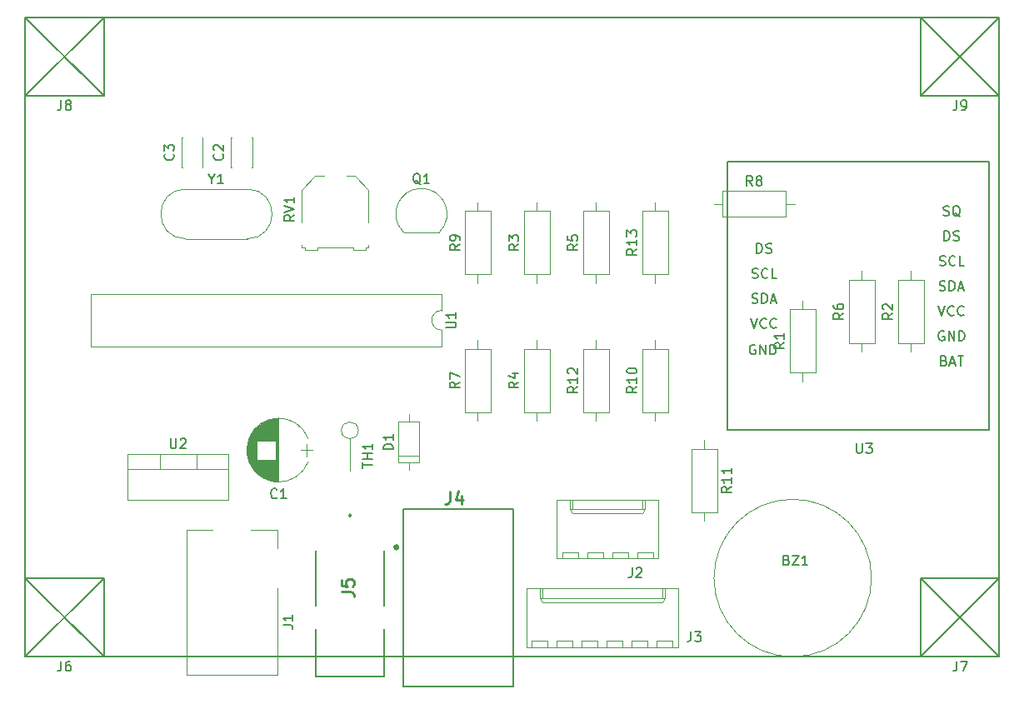
<source format=gbr>
%TF.GenerationSoftware,KiCad,Pcbnew,4.0.7-e2-6376~58~ubuntu16.04.1*%
%TF.CreationDate,2017-12-30T20:10:32+10:00*%
%TF.ProjectId,battmon0,626174746D6F6E302E6B696361645F70,rev?*%
%TF.FileFunction,Legend,Top*%
%FSLAX46Y46*%
G04 Gerber Fmt 4.6, Leading zero omitted, Abs format (unit mm)*
G04 Created by KiCad (PCBNEW 4.0.7-e2-6376~58~ubuntu16.04.1) date Sat Dec 30 20:10:32 2017*
%MOMM*%
%LPD*%
G01*
G04 APERTURE LIST*
%ADD10C,0.100000*%
%ADD11C,0.150000*%
%ADD12C,0.120000*%
%ADD13C,0.200000*%
%ADD14C,0.254000*%
G04 APERTURE END LIST*
D10*
D11*
X134000000Y-127000000D02*
X134000000Y-192000000D01*
X35000000Y-127000000D02*
X134000000Y-127000000D01*
X35000000Y-192000000D02*
X35000000Y-127000000D01*
X134000000Y-192000000D02*
X35000000Y-192000000D01*
D12*
X121004871Y-184000000D02*
G75*
G03X121004871Y-184000000I-8004871J0D01*
G01*
X57732180Y-172179136D02*
G75*
G03X63767482Y-172180000I3017820J1179136D01*
G01*
X57732180Y-169820864D02*
G75*
G02X63767482Y-169820000I3017820J-1179136D01*
G01*
X57732180Y-169820864D02*
G75*
G03X57732518Y-172180000I3017820J-1179136D01*
G01*
X60750000Y-174200000D02*
X60750000Y-167800000D01*
X60710000Y-174200000D02*
X60710000Y-167800000D01*
X60670000Y-174200000D02*
X60670000Y-167800000D01*
X60630000Y-174198000D02*
X60630000Y-167802000D01*
X60590000Y-174197000D02*
X60590000Y-167803000D01*
X60550000Y-174194000D02*
X60550000Y-167806000D01*
X60510000Y-174192000D02*
X60510000Y-167808000D01*
X60470000Y-174188000D02*
X60470000Y-171980000D01*
X60470000Y-170020000D02*
X60470000Y-167812000D01*
X60430000Y-174185000D02*
X60430000Y-171980000D01*
X60430000Y-170020000D02*
X60430000Y-167815000D01*
X60390000Y-174180000D02*
X60390000Y-171980000D01*
X60390000Y-170020000D02*
X60390000Y-167820000D01*
X60350000Y-174176000D02*
X60350000Y-171980000D01*
X60350000Y-170020000D02*
X60350000Y-167824000D01*
X60310000Y-174170000D02*
X60310000Y-171980000D01*
X60310000Y-170020000D02*
X60310000Y-167830000D01*
X60270000Y-174165000D02*
X60270000Y-171980000D01*
X60270000Y-170020000D02*
X60270000Y-167835000D01*
X60230000Y-174158000D02*
X60230000Y-171980000D01*
X60230000Y-170020000D02*
X60230000Y-167842000D01*
X60190000Y-174152000D02*
X60190000Y-171980000D01*
X60190000Y-170020000D02*
X60190000Y-167848000D01*
X60150000Y-174144000D02*
X60150000Y-171980000D01*
X60150000Y-170020000D02*
X60150000Y-167856000D01*
X60110000Y-174137000D02*
X60110000Y-171980000D01*
X60110000Y-170020000D02*
X60110000Y-167863000D01*
X60070000Y-174128000D02*
X60070000Y-171980000D01*
X60070000Y-170020000D02*
X60070000Y-167872000D01*
X60029000Y-174119000D02*
X60029000Y-171980000D01*
X60029000Y-170020000D02*
X60029000Y-167881000D01*
X59989000Y-174110000D02*
X59989000Y-171980000D01*
X59989000Y-170020000D02*
X59989000Y-167890000D01*
X59949000Y-174100000D02*
X59949000Y-171980000D01*
X59949000Y-170020000D02*
X59949000Y-167900000D01*
X59909000Y-174090000D02*
X59909000Y-171980000D01*
X59909000Y-170020000D02*
X59909000Y-167910000D01*
X59869000Y-174079000D02*
X59869000Y-171980000D01*
X59869000Y-170020000D02*
X59869000Y-167921000D01*
X59829000Y-174067000D02*
X59829000Y-171980000D01*
X59829000Y-170020000D02*
X59829000Y-167933000D01*
X59789000Y-174055000D02*
X59789000Y-171980000D01*
X59789000Y-170020000D02*
X59789000Y-167945000D01*
X59749000Y-174042000D02*
X59749000Y-171980000D01*
X59749000Y-170020000D02*
X59749000Y-167958000D01*
X59709000Y-174029000D02*
X59709000Y-171980000D01*
X59709000Y-170020000D02*
X59709000Y-167971000D01*
X59669000Y-174015000D02*
X59669000Y-171980000D01*
X59669000Y-170020000D02*
X59669000Y-167985000D01*
X59629000Y-174001000D02*
X59629000Y-171980000D01*
X59629000Y-170020000D02*
X59629000Y-167999000D01*
X59589000Y-173986000D02*
X59589000Y-171980000D01*
X59589000Y-170020000D02*
X59589000Y-168014000D01*
X59549000Y-173970000D02*
X59549000Y-171980000D01*
X59549000Y-170020000D02*
X59549000Y-168030000D01*
X59509000Y-173954000D02*
X59509000Y-171980000D01*
X59509000Y-170020000D02*
X59509000Y-168046000D01*
X59469000Y-173937000D02*
X59469000Y-171980000D01*
X59469000Y-170020000D02*
X59469000Y-168063000D01*
X59429000Y-173919000D02*
X59429000Y-171980000D01*
X59429000Y-170020000D02*
X59429000Y-168081000D01*
X59389000Y-173901000D02*
X59389000Y-171980000D01*
X59389000Y-170020000D02*
X59389000Y-168099000D01*
X59349000Y-173882000D02*
X59349000Y-171980000D01*
X59349000Y-170020000D02*
X59349000Y-168118000D01*
X59309000Y-173863000D02*
X59309000Y-171980000D01*
X59309000Y-170020000D02*
X59309000Y-168137000D01*
X59269000Y-173843000D02*
X59269000Y-171980000D01*
X59269000Y-170020000D02*
X59269000Y-168157000D01*
X59229000Y-173822000D02*
X59229000Y-171980000D01*
X59229000Y-170020000D02*
X59229000Y-168178000D01*
X59189000Y-173800000D02*
X59189000Y-171980000D01*
X59189000Y-170020000D02*
X59189000Y-168200000D01*
X59149000Y-173778000D02*
X59149000Y-171980000D01*
X59149000Y-170020000D02*
X59149000Y-168222000D01*
X59109000Y-173755000D02*
X59109000Y-171980000D01*
X59109000Y-170020000D02*
X59109000Y-168245000D01*
X59069000Y-173731000D02*
X59069000Y-171980000D01*
X59069000Y-170020000D02*
X59069000Y-168269000D01*
X59029000Y-173706000D02*
X59029000Y-171980000D01*
X59029000Y-170020000D02*
X59029000Y-168294000D01*
X58989000Y-173681000D02*
X58989000Y-171980000D01*
X58989000Y-170020000D02*
X58989000Y-168319000D01*
X58949000Y-173654000D02*
X58949000Y-171980000D01*
X58949000Y-170020000D02*
X58949000Y-168346000D01*
X58909000Y-173627000D02*
X58909000Y-171980000D01*
X58909000Y-170020000D02*
X58909000Y-168373000D01*
X58869000Y-173599000D02*
X58869000Y-171980000D01*
X58869000Y-170020000D02*
X58869000Y-168401000D01*
X58829000Y-173570000D02*
X58829000Y-171980000D01*
X58829000Y-170020000D02*
X58829000Y-168430000D01*
X58789000Y-173540000D02*
X58789000Y-171980000D01*
X58789000Y-170020000D02*
X58789000Y-168460000D01*
X58749000Y-173510000D02*
X58749000Y-171980000D01*
X58749000Y-170020000D02*
X58749000Y-168490000D01*
X58709000Y-173478000D02*
X58709000Y-171980000D01*
X58709000Y-170020000D02*
X58709000Y-168522000D01*
X58669000Y-173445000D02*
X58669000Y-171980000D01*
X58669000Y-170020000D02*
X58669000Y-168555000D01*
X58629000Y-173411000D02*
X58629000Y-171980000D01*
X58629000Y-170020000D02*
X58629000Y-168589000D01*
X58589000Y-173375000D02*
X58589000Y-171980000D01*
X58589000Y-170020000D02*
X58589000Y-168625000D01*
X58549000Y-173339000D02*
X58549000Y-171980000D01*
X58549000Y-170020000D02*
X58549000Y-168661000D01*
X58509000Y-173301000D02*
X58509000Y-168699000D01*
X58469000Y-173262000D02*
X58469000Y-168738000D01*
X58429000Y-173222000D02*
X58429000Y-168778000D01*
X58389000Y-173180000D02*
X58389000Y-168820000D01*
X58349000Y-173137000D02*
X58349000Y-168863000D01*
X58309000Y-173092000D02*
X58309000Y-168908000D01*
X58269000Y-173045000D02*
X58269000Y-168955000D01*
X58229000Y-172997000D02*
X58229000Y-169003000D01*
X58189000Y-172946000D02*
X58189000Y-169054000D01*
X58149000Y-172894000D02*
X58149000Y-169106000D01*
X58109000Y-172839000D02*
X58109000Y-169161000D01*
X58069000Y-172781000D02*
X58069000Y-169219000D01*
X58029000Y-172721000D02*
X58029000Y-169279000D01*
X57989000Y-172658000D02*
X57989000Y-169342000D01*
X57949000Y-172591000D02*
X57949000Y-169409000D01*
X57909000Y-172520000D02*
X57909000Y-169480000D01*
X57869000Y-172445000D02*
X57869000Y-169555000D01*
X57829000Y-172364000D02*
X57829000Y-169636000D01*
X57789000Y-172278000D02*
X57789000Y-169722000D01*
X57749000Y-172184000D02*
X57749000Y-169816000D01*
X57709000Y-172081000D02*
X57709000Y-169919000D01*
X57669000Y-171966000D02*
X57669000Y-170034000D01*
X57629000Y-171834000D02*
X57629000Y-170166000D01*
X57589000Y-171676000D02*
X57589000Y-170324000D01*
X57549000Y-171468000D02*
X57549000Y-170532000D01*
X64200000Y-171000000D02*
X63000000Y-171000000D01*
X63600000Y-171650000D02*
X63600000Y-170350000D01*
X55940000Y-142310000D02*
X55940000Y-139190000D01*
X58060000Y-142310000D02*
X58060000Y-139190000D01*
X55940000Y-142310000D02*
X56004000Y-142310000D01*
X57996000Y-142310000D02*
X58060000Y-142310000D01*
X55940000Y-139190000D02*
X56004000Y-139190000D01*
X57996000Y-139190000D02*
X58060000Y-139190000D01*
X50940000Y-142310000D02*
X50940000Y-139190000D01*
X53060000Y-142310000D02*
X53060000Y-139190000D01*
X50940000Y-142310000D02*
X51004000Y-142310000D01*
X52996000Y-142310000D02*
X53060000Y-142310000D01*
X50940000Y-139190000D02*
X51004000Y-139190000D01*
X52996000Y-139190000D02*
X53060000Y-139190000D01*
X72940000Y-172250000D02*
X75060000Y-172250000D01*
X75060000Y-172250000D02*
X75060000Y-168130000D01*
X75060000Y-168130000D02*
X72940000Y-168130000D01*
X72940000Y-168130000D02*
X72940000Y-172250000D01*
X74000000Y-173020000D02*
X74000000Y-172250000D01*
X74000000Y-167360000D02*
X74000000Y-168130000D01*
X72940000Y-171590000D02*
X75060000Y-171590000D01*
X60600000Y-185000000D02*
X60600000Y-193800000D01*
X60600000Y-193800000D02*
X51400000Y-193800000D01*
X57900000Y-179100000D02*
X60600000Y-179100000D01*
X60600000Y-179100000D02*
X60600000Y-181000000D01*
X51400000Y-193800000D02*
X51400000Y-179100000D01*
X51400000Y-179100000D02*
X54000000Y-179100000D01*
D13*
X73400000Y-177000000D02*
X73400000Y-195000000D01*
X73400000Y-195000000D02*
X84600000Y-195000000D01*
X84600000Y-195000000D02*
X84600000Y-177000000D01*
X84600000Y-177000000D02*
X73400000Y-177000000D01*
D14*
X72916000Y-180875000D02*
G75*
G03X72916000Y-180875000I-193000J0D01*
G01*
D13*
X64500000Y-194000000D02*
X71500000Y-194000000D01*
X64500000Y-194000000D02*
X64500000Y-189200000D01*
X64500000Y-186800000D02*
X64500000Y-181200000D01*
X71500000Y-186800000D02*
X71500000Y-181200000D01*
X71500000Y-194000000D02*
X71500000Y-189200000D01*
D14*
X68073370Y-177627000D02*
G75*
G03X68073370Y-177627000I-72370J0D01*
G01*
D12*
X112690000Y-163130000D02*
X115310000Y-163130000D01*
X115310000Y-163130000D02*
X115310000Y-156710000D01*
X115310000Y-156710000D02*
X112690000Y-156710000D01*
X112690000Y-156710000D02*
X112690000Y-163130000D01*
X114000000Y-164020000D02*
X114000000Y-163130000D01*
X114000000Y-155820000D02*
X114000000Y-156710000D01*
X85690000Y-153130000D02*
X88310000Y-153130000D01*
X88310000Y-153130000D02*
X88310000Y-146710000D01*
X88310000Y-146710000D02*
X85690000Y-146710000D01*
X85690000Y-146710000D02*
X85690000Y-153130000D01*
X87000000Y-154020000D02*
X87000000Y-153130000D01*
X87000000Y-145820000D02*
X87000000Y-146710000D01*
X85690000Y-167130000D02*
X88310000Y-167130000D01*
X88310000Y-167130000D02*
X88310000Y-160710000D01*
X88310000Y-160710000D02*
X85690000Y-160710000D01*
X85690000Y-160710000D02*
X85690000Y-167130000D01*
X87000000Y-168020000D02*
X87000000Y-167130000D01*
X87000000Y-159820000D02*
X87000000Y-160710000D01*
X91690000Y-153130000D02*
X94310000Y-153130000D01*
X94310000Y-153130000D02*
X94310000Y-146710000D01*
X94310000Y-146710000D02*
X91690000Y-146710000D01*
X91690000Y-146710000D02*
X91690000Y-153130000D01*
X93000000Y-154020000D02*
X93000000Y-153130000D01*
X93000000Y-145820000D02*
X93000000Y-146710000D01*
X118690000Y-160130000D02*
X121310000Y-160130000D01*
X121310000Y-160130000D02*
X121310000Y-153710000D01*
X121310000Y-153710000D02*
X118690000Y-153710000D01*
X118690000Y-153710000D02*
X118690000Y-160130000D01*
X120000000Y-161020000D02*
X120000000Y-160130000D01*
X120000000Y-152820000D02*
X120000000Y-153710000D01*
X79690000Y-167130000D02*
X82310000Y-167130000D01*
X82310000Y-167130000D02*
X82310000Y-160710000D01*
X82310000Y-160710000D02*
X79690000Y-160710000D01*
X79690000Y-160710000D02*
X79690000Y-167130000D01*
X81000000Y-168020000D02*
X81000000Y-167130000D01*
X81000000Y-159820000D02*
X81000000Y-160710000D01*
X105870000Y-144690000D02*
X105870000Y-147310000D01*
X105870000Y-147310000D02*
X112290000Y-147310000D01*
X112290000Y-147310000D02*
X112290000Y-144690000D01*
X112290000Y-144690000D02*
X105870000Y-144690000D01*
X104980000Y-146000000D02*
X105870000Y-146000000D01*
X113180000Y-146000000D02*
X112290000Y-146000000D01*
X79690000Y-153130000D02*
X82310000Y-153130000D01*
X82310000Y-153130000D02*
X82310000Y-146710000D01*
X82310000Y-146710000D02*
X79690000Y-146710000D01*
X79690000Y-146710000D02*
X79690000Y-153130000D01*
X81000000Y-154020000D02*
X81000000Y-153130000D01*
X81000000Y-145820000D02*
X81000000Y-146710000D01*
X97690000Y-167130000D02*
X100310000Y-167130000D01*
X100310000Y-167130000D02*
X100310000Y-160710000D01*
X100310000Y-160710000D02*
X97690000Y-160710000D01*
X97690000Y-160710000D02*
X97690000Y-167130000D01*
X99000000Y-168020000D02*
X99000000Y-167130000D01*
X99000000Y-159820000D02*
X99000000Y-160710000D01*
X105310000Y-170870000D02*
X102690000Y-170870000D01*
X102690000Y-170870000D02*
X102690000Y-177290000D01*
X102690000Y-177290000D02*
X105310000Y-177290000D01*
X105310000Y-177290000D02*
X105310000Y-170870000D01*
X104000000Y-169980000D02*
X104000000Y-170870000D01*
X104000000Y-178180000D02*
X104000000Y-177290000D01*
X69850000Y-150150000D02*
X69850000Y-150400000D01*
X69850000Y-150400000D02*
X69600000Y-150400000D01*
X69600000Y-150400000D02*
X69600000Y-150650000D01*
X69600000Y-150650000D02*
X68350000Y-150650000D01*
X68350000Y-150650000D02*
X68350000Y-150400000D01*
X68350000Y-150400000D02*
X64700000Y-150400000D01*
X64700000Y-150400000D02*
X64700000Y-150650000D01*
X64700000Y-150650000D02*
X63400000Y-150650000D01*
X63400000Y-150650000D02*
X63400000Y-150400000D01*
X63400000Y-150400000D02*
X63100000Y-150400000D01*
X63100000Y-150400000D02*
X63100000Y-150150000D01*
X67650000Y-143100000D02*
X68550000Y-143100000D01*
X68550000Y-143100000D02*
X69900000Y-144600000D01*
X69900000Y-144600000D02*
X69900000Y-147900000D01*
X63100000Y-147900000D02*
X63100000Y-144550000D01*
X63100000Y-144550000D02*
X64450000Y-143100000D01*
X64450000Y-143100000D02*
X65350000Y-143100000D01*
X68860000Y-169000000D02*
G75*
G03X68860000Y-169000000I-860000J0D01*
G01*
X68000000Y-169860000D02*
X68000000Y-173080000D01*
X77330000Y-158810000D02*
G75*
G02X77330000Y-156810000I0J1000000D01*
G01*
X77330000Y-156810000D02*
X77330000Y-155160000D01*
X77330000Y-155160000D02*
X41650000Y-155160000D01*
X41650000Y-155160000D02*
X41650000Y-160460000D01*
X41650000Y-160460000D02*
X77330000Y-160460000D01*
X77330000Y-160460000D02*
X77330000Y-158810000D01*
D11*
X131670000Y-168955000D02*
X106397000Y-168955000D01*
X106397000Y-168955000D02*
X106397000Y-141650000D01*
X106397000Y-141650000D02*
X132940000Y-141650000D01*
X132940000Y-141650000D02*
X132940000Y-168955000D01*
X132940000Y-168955000D02*
X131670000Y-168955000D01*
D12*
X51315000Y-144475000D02*
X57565000Y-144475000D01*
X51315000Y-149525000D02*
X57565000Y-149525000D01*
X51315000Y-149525000D02*
G75*
G02X51315000Y-144475000I0J2525000D01*
G01*
X57565000Y-149525000D02*
G75*
G03X57565000Y-144475000I0J2525000D01*
G01*
X99370000Y-182020000D02*
X99370000Y-176020000D01*
X99370000Y-176020000D02*
X89010000Y-176020000D01*
X89010000Y-176020000D02*
X89010000Y-182020000D01*
X89010000Y-182020000D02*
X99370000Y-182020000D01*
X98000000Y-176020000D02*
X98000000Y-177020000D01*
X98000000Y-177020000D02*
X90380000Y-177020000D01*
X90380000Y-177020000D02*
X90380000Y-176020000D01*
X98000000Y-177020000D02*
X97750000Y-177450000D01*
X97750000Y-177450000D02*
X90630000Y-177450000D01*
X90630000Y-177450000D02*
X90380000Y-177020000D01*
X97750000Y-176020000D02*
X97750000Y-177020000D01*
X90630000Y-176020000D02*
X90630000Y-177020000D01*
X98800000Y-182020000D02*
X98800000Y-181400000D01*
X98800000Y-181400000D02*
X97200000Y-181400000D01*
X97200000Y-181400000D02*
X97200000Y-182020000D01*
X96260000Y-182020000D02*
X96260000Y-181400000D01*
X96260000Y-181400000D02*
X94660000Y-181400000D01*
X94660000Y-181400000D02*
X94660000Y-182020000D01*
X93720000Y-182020000D02*
X93720000Y-181400000D01*
X93720000Y-181400000D02*
X92120000Y-181400000D01*
X92120000Y-181400000D02*
X92120000Y-182020000D01*
X91180000Y-182020000D02*
X91180000Y-181400000D01*
X91180000Y-181400000D02*
X89580000Y-181400000D01*
X89580000Y-181400000D02*
X89580000Y-182020000D01*
X45420000Y-171380000D02*
X55660000Y-171380000D01*
X45420000Y-176021000D02*
X55660000Y-176021000D01*
X45420000Y-171380000D02*
X45420000Y-176021000D01*
X55660000Y-171380000D02*
X55660000Y-176021000D01*
X45420000Y-172890000D02*
X55660000Y-172890000D01*
X48690000Y-171380000D02*
X48690000Y-172890000D01*
X52391000Y-171380000D02*
X52391000Y-172890000D01*
X101370000Y-191020000D02*
X101370000Y-185020000D01*
X101370000Y-185020000D02*
X85930000Y-185020000D01*
X85930000Y-185020000D02*
X85930000Y-191020000D01*
X85930000Y-191020000D02*
X101370000Y-191020000D01*
X100000000Y-185020000D02*
X100000000Y-186020000D01*
X100000000Y-186020000D02*
X87300000Y-186020000D01*
X87300000Y-186020000D02*
X87300000Y-185020000D01*
X100000000Y-186020000D02*
X99750000Y-186450000D01*
X99750000Y-186450000D02*
X87550000Y-186450000D01*
X87550000Y-186450000D02*
X87300000Y-186020000D01*
X99750000Y-185020000D02*
X99750000Y-186020000D01*
X87550000Y-185020000D02*
X87550000Y-186020000D01*
X100800000Y-191020000D02*
X100800000Y-190400000D01*
X100800000Y-190400000D02*
X99200000Y-190400000D01*
X99200000Y-190400000D02*
X99200000Y-191020000D01*
X98260000Y-191020000D02*
X98260000Y-190400000D01*
X98260000Y-190400000D02*
X96660000Y-190400000D01*
X96660000Y-190400000D02*
X96660000Y-191020000D01*
X95720000Y-191020000D02*
X95720000Y-190400000D01*
X95720000Y-190400000D02*
X94120000Y-190400000D01*
X94120000Y-190400000D02*
X94120000Y-191020000D01*
X93180000Y-191020000D02*
X93180000Y-190400000D01*
X93180000Y-190400000D02*
X91580000Y-190400000D01*
X91580000Y-190400000D02*
X91580000Y-191020000D01*
X90640000Y-191020000D02*
X90640000Y-190400000D01*
X90640000Y-190400000D02*
X89040000Y-190400000D01*
X89040000Y-190400000D02*
X89040000Y-191020000D01*
X88100000Y-191020000D02*
X88100000Y-190400000D01*
X88100000Y-190400000D02*
X86500000Y-190400000D01*
X86500000Y-190400000D02*
X86500000Y-191020000D01*
X73470000Y-148850000D02*
X77070000Y-148850000D01*
X73431522Y-148838478D02*
G75*
G02X75270000Y-144400000I1838478J1838478D01*
G01*
X77108478Y-148838478D02*
G75*
G03X75270000Y-144400000I-1838478J1838478D01*
G01*
X91690000Y-167130000D02*
X94310000Y-167130000D01*
X94310000Y-167130000D02*
X94310000Y-160710000D01*
X94310000Y-160710000D02*
X91690000Y-160710000D01*
X91690000Y-160710000D02*
X91690000Y-167130000D01*
X93000000Y-168020000D02*
X93000000Y-167130000D01*
X93000000Y-159820000D02*
X93000000Y-160710000D01*
X97690000Y-153130000D02*
X100310000Y-153130000D01*
X100310000Y-153130000D02*
X100310000Y-146710000D01*
X100310000Y-146710000D02*
X97690000Y-146710000D01*
X97690000Y-146710000D02*
X97690000Y-153130000D01*
X99000000Y-154020000D02*
X99000000Y-153130000D01*
X99000000Y-145820000D02*
X99000000Y-146710000D01*
D11*
X43000000Y-184000000D02*
X35000000Y-192000000D01*
X35000000Y-184000000D02*
X43000000Y-192000000D01*
X43000000Y-192000000D02*
X39000000Y-188000000D01*
X39000000Y-184000000D02*
X35000000Y-184000000D01*
X35000000Y-184000000D02*
X35000000Y-192000000D01*
X35000000Y-192000000D02*
X43000000Y-192000000D01*
X43000000Y-192000000D02*
X43000000Y-184000000D01*
X43000000Y-184000000D02*
X39000000Y-184000000D01*
X134000000Y-184000000D02*
X126000000Y-192000000D01*
X126000000Y-184000000D02*
X134000000Y-192000000D01*
X134000000Y-192000000D02*
X130000000Y-188000000D01*
X130000000Y-184000000D02*
X126000000Y-184000000D01*
X126000000Y-184000000D02*
X126000000Y-192000000D01*
X126000000Y-192000000D02*
X134000000Y-192000000D01*
X134000000Y-192000000D02*
X134000000Y-184000000D01*
X134000000Y-184000000D02*
X130000000Y-184000000D01*
X43000000Y-127000000D02*
X35000000Y-135000000D01*
X35000000Y-127000000D02*
X43000000Y-135000000D01*
X43000000Y-135000000D02*
X39000000Y-131000000D01*
X39000000Y-127000000D02*
X35000000Y-127000000D01*
X35000000Y-127000000D02*
X35000000Y-135000000D01*
X35000000Y-135000000D02*
X43000000Y-135000000D01*
X43000000Y-135000000D02*
X43000000Y-127000000D01*
X43000000Y-127000000D02*
X39000000Y-127000000D01*
X134000000Y-127000000D02*
X126000000Y-135000000D01*
X126000000Y-127000000D02*
X134000000Y-135000000D01*
X134000000Y-135000000D02*
X130000000Y-131000000D01*
X130000000Y-127000000D02*
X126000000Y-127000000D01*
X126000000Y-127000000D02*
X126000000Y-135000000D01*
X126000000Y-135000000D02*
X134000000Y-135000000D01*
X134000000Y-135000000D02*
X134000000Y-127000000D01*
X134000000Y-127000000D02*
X130000000Y-127000000D01*
D12*
X123690000Y-160130000D02*
X126310000Y-160130000D01*
X126310000Y-160130000D02*
X126310000Y-153710000D01*
X126310000Y-153710000D02*
X123690000Y-153710000D01*
X123690000Y-153710000D02*
X123690000Y-160130000D01*
X125000000Y-161020000D02*
X125000000Y-160130000D01*
X125000000Y-152820000D02*
X125000000Y-153710000D01*
D11*
X112367968Y-182178511D02*
X112510825Y-182226130D01*
X112558444Y-182273750D01*
X112606063Y-182368988D01*
X112606063Y-182511845D01*
X112558444Y-182607083D01*
X112510825Y-182654702D01*
X112415587Y-182702321D01*
X112034634Y-182702321D01*
X112034634Y-181702321D01*
X112367968Y-181702321D01*
X112463206Y-181749940D01*
X112510825Y-181797559D01*
X112558444Y-181892797D01*
X112558444Y-181988035D01*
X112510825Y-182083273D01*
X112463206Y-182130892D01*
X112367968Y-182178511D01*
X112034634Y-182178511D01*
X112939396Y-181702321D02*
X113606063Y-181702321D01*
X112939396Y-182702321D01*
X113606063Y-182702321D01*
X114510825Y-182702321D02*
X113939396Y-182702321D01*
X114225110Y-182702321D02*
X114225110Y-181702321D01*
X114129872Y-181845178D01*
X114034634Y-181940416D01*
X113939396Y-181988035D01*
X60583334Y-175817143D02*
X60535715Y-175864762D01*
X60392858Y-175912381D01*
X60297620Y-175912381D01*
X60154762Y-175864762D01*
X60059524Y-175769524D01*
X60011905Y-175674286D01*
X59964286Y-175483810D01*
X59964286Y-175340952D01*
X60011905Y-175150476D01*
X60059524Y-175055238D01*
X60154762Y-174960000D01*
X60297620Y-174912381D01*
X60392858Y-174912381D01*
X60535715Y-174960000D01*
X60583334Y-175007619D01*
X61535715Y-175912381D02*
X60964286Y-175912381D01*
X61250000Y-175912381D02*
X61250000Y-174912381D01*
X61154762Y-175055238D01*
X61059524Y-175150476D01*
X60964286Y-175198095D01*
X55047143Y-140916666D02*
X55094762Y-140964285D01*
X55142381Y-141107142D01*
X55142381Y-141202380D01*
X55094762Y-141345238D01*
X54999524Y-141440476D01*
X54904286Y-141488095D01*
X54713810Y-141535714D01*
X54570952Y-141535714D01*
X54380476Y-141488095D01*
X54285238Y-141440476D01*
X54190000Y-141345238D01*
X54142381Y-141202380D01*
X54142381Y-141107142D01*
X54190000Y-140964285D01*
X54237619Y-140916666D01*
X54237619Y-140535714D02*
X54190000Y-140488095D01*
X54142381Y-140392857D01*
X54142381Y-140154761D01*
X54190000Y-140059523D01*
X54237619Y-140011904D01*
X54332857Y-139964285D01*
X54428095Y-139964285D01*
X54570952Y-140011904D01*
X55142381Y-140583333D01*
X55142381Y-139964285D01*
X50047143Y-140916666D02*
X50094762Y-140964285D01*
X50142381Y-141107142D01*
X50142381Y-141202380D01*
X50094762Y-141345238D01*
X49999524Y-141440476D01*
X49904286Y-141488095D01*
X49713810Y-141535714D01*
X49570952Y-141535714D01*
X49380476Y-141488095D01*
X49285238Y-141440476D01*
X49190000Y-141345238D01*
X49142381Y-141202380D01*
X49142381Y-141107142D01*
X49190000Y-140964285D01*
X49237619Y-140916666D01*
X49142381Y-140583333D02*
X49142381Y-139964285D01*
X49523333Y-140297619D01*
X49523333Y-140154761D01*
X49570952Y-140059523D01*
X49618571Y-140011904D01*
X49713810Y-139964285D01*
X49951905Y-139964285D01*
X50047143Y-140011904D01*
X50094762Y-140059523D01*
X50142381Y-140154761D01*
X50142381Y-140440476D01*
X50094762Y-140535714D01*
X50047143Y-140583333D01*
X72392381Y-170928095D02*
X71392381Y-170928095D01*
X71392381Y-170690000D01*
X71440000Y-170547142D01*
X71535238Y-170451904D01*
X71630476Y-170404285D01*
X71820952Y-170356666D01*
X71963810Y-170356666D01*
X72154286Y-170404285D01*
X72249524Y-170451904D01*
X72344762Y-170547142D01*
X72392381Y-170690000D01*
X72392381Y-170928095D01*
X72392381Y-169404285D02*
X72392381Y-169975714D01*
X72392381Y-169690000D02*
X71392381Y-169690000D01*
X71535238Y-169785238D01*
X71630476Y-169880476D01*
X71678095Y-169975714D01*
X61202381Y-188783333D02*
X61916667Y-188783333D01*
X62059524Y-188830953D01*
X62154762Y-188926191D01*
X62202381Y-189069048D01*
X62202381Y-189164286D01*
X62202381Y-187783333D02*
X62202381Y-188354762D01*
X62202381Y-188069048D02*
X61202381Y-188069048D01*
X61345238Y-188164286D01*
X61440476Y-188259524D01*
X61488095Y-188354762D01*
D14*
X78176667Y-175204524D02*
X78176667Y-176111667D01*
X78116191Y-176293095D01*
X77995239Y-176414048D01*
X77813810Y-176474524D01*
X77692858Y-176474524D01*
X79325715Y-175627857D02*
X79325715Y-176474524D01*
X79023334Y-175144048D02*
X78720953Y-176051190D01*
X79507143Y-176051190D01*
X67136774Y-185370383D02*
X68043917Y-185370383D01*
X68225345Y-185430859D01*
X68346298Y-185551811D01*
X68406774Y-185733240D01*
X68406774Y-185854192D01*
X67136774Y-184160859D02*
X67136774Y-184765621D01*
X67741536Y-184826097D01*
X67681060Y-184765621D01*
X67620583Y-184644669D01*
X67620583Y-184342288D01*
X67681060Y-184221335D01*
X67741536Y-184160859D01*
X67862488Y-184100383D01*
X68164869Y-184100383D01*
X68285821Y-184160859D01*
X68346298Y-184221335D01*
X68406774Y-184342288D01*
X68406774Y-184644669D01*
X68346298Y-184765621D01*
X68285821Y-184826097D01*
D11*
X112142381Y-160086666D02*
X111666190Y-160420000D01*
X112142381Y-160658095D02*
X111142381Y-160658095D01*
X111142381Y-160277142D01*
X111190000Y-160181904D01*
X111237619Y-160134285D01*
X111332857Y-160086666D01*
X111475714Y-160086666D01*
X111570952Y-160134285D01*
X111618571Y-160181904D01*
X111666190Y-160277142D01*
X111666190Y-160658095D01*
X112142381Y-159134285D02*
X112142381Y-159705714D01*
X112142381Y-159420000D02*
X111142381Y-159420000D01*
X111285238Y-159515238D01*
X111380476Y-159610476D01*
X111428095Y-159705714D01*
X85142381Y-150086666D02*
X84666190Y-150420000D01*
X85142381Y-150658095D02*
X84142381Y-150658095D01*
X84142381Y-150277142D01*
X84190000Y-150181904D01*
X84237619Y-150134285D01*
X84332857Y-150086666D01*
X84475714Y-150086666D01*
X84570952Y-150134285D01*
X84618571Y-150181904D01*
X84666190Y-150277142D01*
X84666190Y-150658095D01*
X84142381Y-149753333D02*
X84142381Y-149134285D01*
X84523333Y-149467619D01*
X84523333Y-149324761D01*
X84570952Y-149229523D01*
X84618571Y-149181904D01*
X84713810Y-149134285D01*
X84951905Y-149134285D01*
X85047143Y-149181904D01*
X85094762Y-149229523D01*
X85142381Y-149324761D01*
X85142381Y-149610476D01*
X85094762Y-149705714D01*
X85047143Y-149753333D01*
X85142381Y-164086666D02*
X84666190Y-164420000D01*
X85142381Y-164658095D02*
X84142381Y-164658095D01*
X84142381Y-164277142D01*
X84190000Y-164181904D01*
X84237619Y-164134285D01*
X84332857Y-164086666D01*
X84475714Y-164086666D01*
X84570952Y-164134285D01*
X84618571Y-164181904D01*
X84666190Y-164277142D01*
X84666190Y-164658095D01*
X84475714Y-163229523D02*
X85142381Y-163229523D01*
X84094762Y-163467619D02*
X84809048Y-163705714D01*
X84809048Y-163086666D01*
X91142381Y-150086666D02*
X90666190Y-150420000D01*
X91142381Y-150658095D02*
X90142381Y-150658095D01*
X90142381Y-150277142D01*
X90190000Y-150181904D01*
X90237619Y-150134285D01*
X90332857Y-150086666D01*
X90475714Y-150086666D01*
X90570952Y-150134285D01*
X90618571Y-150181904D01*
X90666190Y-150277142D01*
X90666190Y-150658095D01*
X90142381Y-149181904D02*
X90142381Y-149658095D01*
X90618571Y-149705714D01*
X90570952Y-149658095D01*
X90523333Y-149562857D01*
X90523333Y-149324761D01*
X90570952Y-149229523D01*
X90618571Y-149181904D01*
X90713810Y-149134285D01*
X90951905Y-149134285D01*
X91047143Y-149181904D01*
X91094762Y-149229523D01*
X91142381Y-149324761D01*
X91142381Y-149562857D01*
X91094762Y-149658095D01*
X91047143Y-149705714D01*
X118142381Y-157086666D02*
X117666190Y-157420000D01*
X118142381Y-157658095D02*
X117142381Y-157658095D01*
X117142381Y-157277142D01*
X117190000Y-157181904D01*
X117237619Y-157134285D01*
X117332857Y-157086666D01*
X117475714Y-157086666D01*
X117570952Y-157134285D01*
X117618571Y-157181904D01*
X117666190Y-157277142D01*
X117666190Y-157658095D01*
X117142381Y-156229523D02*
X117142381Y-156420000D01*
X117190000Y-156515238D01*
X117237619Y-156562857D01*
X117380476Y-156658095D01*
X117570952Y-156705714D01*
X117951905Y-156705714D01*
X118047143Y-156658095D01*
X118094762Y-156610476D01*
X118142381Y-156515238D01*
X118142381Y-156324761D01*
X118094762Y-156229523D01*
X118047143Y-156181904D01*
X117951905Y-156134285D01*
X117713810Y-156134285D01*
X117618571Y-156181904D01*
X117570952Y-156229523D01*
X117523333Y-156324761D01*
X117523333Y-156515238D01*
X117570952Y-156610476D01*
X117618571Y-156658095D01*
X117713810Y-156705714D01*
X79142381Y-164086666D02*
X78666190Y-164420000D01*
X79142381Y-164658095D02*
X78142381Y-164658095D01*
X78142381Y-164277142D01*
X78190000Y-164181904D01*
X78237619Y-164134285D01*
X78332857Y-164086666D01*
X78475714Y-164086666D01*
X78570952Y-164134285D01*
X78618571Y-164181904D01*
X78666190Y-164277142D01*
X78666190Y-164658095D01*
X78142381Y-163753333D02*
X78142381Y-163086666D01*
X79142381Y-163515238D01*
X108913334Y-144142381D02*
X108580000Y-143666190D01*
X108341905Y-144142381D02*
X108341905Y-143142381D01*
X108722858Y-143142381D01*
X108818096Y-143190000D01*
X108865715Y-143237619D01*
X108913334Y-143332857D01*
X108913334Y-143475714D01*
X108865715Y-143570952D01*
X108818096Y-143618571D01*
X108722858Y-143666190D01*
X108341905Y-143666190D01*
X109484762Y-143570952D02*
X109389524Y-143523333D01*
X109341905Y-143475714D01*
X109294286Y-143380476D01*
X109294286Y-143332857D01*
X109341905Y-143237619D01*
X109389524Y-143190000D01*
X109484762Y-143142381D01*
X109675239Y-143142381D01*
X109770477Y-143190000D01*
X109818096Y-143237619D01*
X109865715Y-143332857D01*
X109865715Y-143380476D01*
X109818096Y-143475714D01*
X109770477Y-143523333D01*
X109675239Y-143570952D01*
X109484762Y-143570952D01*
X109389524Y-143618571D01*
X109341905Y-143666190D01*
X109294286Y-143761429D01*
X109294286Y-143951905D01*
X109341905Y-144047143D01*
X109389524Y-144094762D01*
X109484762Y-144142381D01*
X109675239Y-144142381D01*
X109770477Y-144094762D01*
X109818096Y-144047143D01*
X109865715Y-143951905D01*
X109865715Y-143761429D01*
X109818096Y-143666190D01*
X109770477Y-143618571D01*
X109675239Y-143570952D01*
X79142381Y-150086666D02*
X78666190Y-150420000D01*
X79142381Y-150658095D02*
X78142381Y-150658095D01*
X78142381Y-150277142D01*
X78190000Y-150181904D01*
X78237619Y-150134285D01*
X78332857Y-150086666D01*
X78475714Y-150086666D01*
X78570952Y-150134285D01*
X78618571Y-150181904D01*
X78666190Y-150277142D01*
X78666190Y-150658095D01*
X79142381Y-149610476D02*
X79142381Y-149420000D01*
X79094762Y-149324761D01*
X79047143Y-149277142D01*
X78904286Y-149181904D01*
X78713810Y-149134285D01*
X78332857Y-149134285D01*
X78237619Y-149181904D01*
X78190000Y-149229523D01*
X78142381Y-149324761D01*
X78142381Y-149515238D01*
X78190000Y-149610476D01*
X78237619Y-149658095D01*
X78332857Y-149705714D01*
X78570952Y-149705714D01*
X78666190Y-149658095D01*
X78713810Y-149610476D01*
X78761429Y-149515238D01*
X78761429Y-149324761D01*
X78713810Y-149229523D01*
X78666190Y-149181904D01*
X78570952Y-149134285D01*
X97142381Y-164562857D02*
X96666190Y-164896191D01*
X97142381Y-165134286D02*
X96142381Y-165134286D01*
X96142381Y-164753333D01*
X96190000Y-164658095D01*
X96237619Y-164610476D01*
X96332857Y-164562857D01*
X96475714Y-164562857D01*
X96570952Y-164610476D01*
X96618571Y-164658095D01*
X96666190Y-164753333D01*
X96666190Y-165134286D01*
X97142381Y-163610476D02*
X97142381Y-164181905D01*
X97142381Y-163896191D02*
X96142381Y-163896191D01*
X96285238Y-163991429D01*
X96380476Y-164086667D01*
X96428095Y-164181905D01*
X96142381Y-162991429D02*
X96142381Y-162896190D01*
X96190000Y-162800952D01*
X96237619Y-162753333D01*
X96332857Y-162705714D01*
X96523333Y-162658095D01*
X96761429Y-162658095D01*
X96951905Y-162705714D01*
X97047143Y-162753333D01*
X97094762Y-162800952D01*
X97142381Y-162896190D01*
X97142381Y-162991429D01*
X97094762Y-163086667D01*
X97047143Y-163134286D01*
X96951905Y-163181905D01*
X96761429Y-163229524D01*
X96523333Y-163229524D01*
X96332857Y-163181905D01*
X96237619Y-163134286D01*
X96190000Y-163086667D01*
X96142381Y-162991429D01*
X106762381Y-174722857D02*
X106286190Y-175056191D01*
X106762381Y-175294286D02*
X105762381Y-175294286D01*
X105762381Y-174913333D01*
X105810000Y-174818095D01*
X105857619Y-174770476D01*
X105952857Y-174722857D01*
X106095714Y-174722857D01*
X106190952Y-174770476D01*
X106238571Y-174818095D01*
X106286190Y-174913333D01*
X106286190Y-175294286D01*
X106762381Y-173770476D02*
X106762381Y-174341905D01*
X106762381Y-174056191D02*
X105762381Y-174056191D01*
X105905238Y-174151429D01*
X106000476Y-174246667D01*
X106048095Y-174341905D01*
X106762381Y-172818095D02*
X106762381Y-173389524D01*
X106762381Y-173103810D02*
X105762381Y-173103810D01*
X105905238Y-173199048D01*
X106000476Y-173294286D01*
X106048095Y-173389524D01*
X62352381Y-147095238D02*
X61876190Y-147428572D01*
X62352381Y-147666667D02*
X61352381Y-147666667D01*
X61352381Y-147285714D01*
X61400000Y-147190476D01*
X61447619Y-147142857D01*
X61542857Y-147095238D01*
X61685714Y-147095238D01*
X61780952Y-147142857D01*
X61828571Y-147190476D01*
X61876190Y-147285714D01*
X61876190Y-147666667D01*
X61352381Y-146809524D02*
X62352381Y-146476191D01*
X61352381Y-146142857D01*
X62352381Y-145285714D02*
X62352381Y-145857143D01*
X62352381Y-145571429D02*
X61352381Y-145571429D01*
X61495238Y-145666667D01*
X61590476Y-145761905D01*
X61638095Y-145857143D01*
X69312381Y-172825714D02*
X69312381Y-172254285D01*
X70312381Y-172540000D02*
X69312381Y-172540000D01*
X70312381Y-171920952D02*
X69312381Y-171920952D01*
X69788571Y-171920952D02*
X69788571Y-171349523D01*
X70312381Y-171349523D02*
X69312381Y-171349523D01*
X70312381Y-170349523D02*
X70312381Y-170920952D01*
X70312381Y-170635238D02*
X69312381Y-170635238D01*
X69455238Y-170730476D01*
X69550476Y-170825714D01*
X69598095Y-170920952D01*
X77782381Y-158571905D02*
X78591905Y-158571905D01*
X78687143Y-158524286D01*
X78734762Y-158476667D01*
X78782381Y-158381429D01*
X78782381Y-158190952D01*
X78734762Y-158095714D01*
X78687143Y-158048095D01*
X78591905Y-158000476D01*
X77782381Y-158000476D01*
X78782381Y-157000476D02*
X78782381Y-157571905D01*
X78782381Y-157286191D02*
X77782381Y-157286191D01*
X77925238Y-157381429D01*
X78020476Y-157476667D01*
X78068095Y-157571905D01*
X119478095Y-170312381D02*
X119478095Y-171121905D01*
X119525714Y-171217143D01*
X119573333Y-171264762D01*
X119668571Y-171312381D01*
X119859048Y-171312381D01*
X119954286Y-171264762D01*
X120001905Y-171217143D01*
X120049524Y-171121905D01*
X120049524Y-170312381D01*
X120430476Y-170312381D02*
X121049524Y-170312381D01*
X120716190Y-170693333D01*
X120859048Y-170693333D01*
X120954286Y-170740952D01*
X121001905Y-170788571D01*
X121049524Y-170883810D01*
X121049524Y-171121905D01*
X121001905Y-171217143D01*
X120954286Y-171264762D01*
X120859048Y-171312381D01*
X120573333Y-171312381D01*
X120478095Y-171264762D01*
X120430476Y-171217143D01*
X128320476Y-147134762D02*
X128463333Y-147182381D01*
X128701429Y-147182381D01*
X128796667Y-147134762D01*
X128844286Y-147087143D01*
X128891905Y-146991905D01*
X128891905Y-146896667D01*
X128844286Y-146801429D01*
X128796667Y-146753810D01*
X128701429Y-146706190D01*
X128510952Y-146658571D01*
X128415714Y-146610952D01*
X128368095Y-146563333D01*
X128320476Y-146468095D01*
X128320476Y-146372857D01*
X128368095Y-146277619D01*
X128415714Y-146230000D01*
X128510952Y-146182381D01*
X128749048Y-146182381D01*
X128891905Y-146230000D01*
X129987143Y-147277619D02*
X129891905Y-147230000D01*
X129796667Y-147134762D01*
X129653810Y-146991905D01*
X129558571Y-146944286D01*
X129463333Y-146944286D01*
X129510952Y-147182381D02*
X129415714Y-147134762D01*
X129320476Y-147039524D01*
X129272857Y-146849048D01*
X129272857Y-146515714D01*
X129320476Y-146325238D01*
X129415714Y-146230000D01*
X129510952Y-146182381D01*
X129701429Y-146182381D01*
X129796667Y-146230000D01*
X129891905Y-146325238D01*
X129939524Y-146515714D01*
X129939524Y-146849048D01*
X129891905Y-147039524D01*
X129796667Y-147134762D01*
X129701429Y-147182381D01*
X129510952Y-147182381D01*
X128391905Y-149722381D02*
X128391905Y-148722381D01*
X128630000Y-148722381D01*
X128772858Y-148770000D01*
X128868096Y-148865238D01*
X128915715Y-148960476D01*
X128963334Y-149150952D01*
X128963334Y-149293810D01*
X128915715Y-149484286D01*
X128868096Y-149579524D01*
X128772858Y-149674762D01*
X128630000Y-149722381D01*
X128391905Y-149722381D01*
X129344286Y-149674762D02*
X129487143Y-149722381D01*
X129725239Y-149722381D01*
X129820477Y-149674762D01*
X129868096Y-149627143D01*
X129915715Y-149531905D01*
X129915715Y-149436667D01*
X129868096Y-149341429D01*
X129820477Y-149293810D01*
X129725239Y-149246190D01*
X129534762Y-149198571D01*
X129439524Y-149150952D01*
X129391905Y-149103333D01*
X129344286Y-149008095D01*
X129344286Y-148912857D01*
X129391905Y-148817619D01*
X129439524Y-148770000D01*
X129534762Y-148722381D01*
X129772858Y-148722381D01*
X129915715Y-148770000D01*
X127939524Y-152214762D02*
X128082381Y-152262381D01*
X128320477Y-152262381D01*
X128415715Y-152214762D01*
X128463334Y-152167143D01*
X128510953Y-152071905D01*
X128510953Y-151976667D01*
X128463334Y-151881429D01*
X128415715Y-151833810D01*
X128320477Y-151786190D01*
X128130000Y-151738571D01*
X128034762Y-151690952D01*
X127987143Y-151643333D01*
X127939524Y-151548095D01*
X127939524Y-151452857D01*
X127987143Y-151357619D01*
X128034762Y-151310000D01*
X128130000Y-151262381D01*
X128368096Y-151262381D01*
X128510953Y-151310000D01*
X129510953Y-152167143D02*
X129463334Y-152214762D01*
X129320477Y-152262381D01*
X129225239Y-152262381D01*
X129082381Y-152214762D01*
X128987143Y-152119524D01*
X128939524Y-152024286D01*
X128891905Y-151833810D01*
X128891905Y-151690952D01*
X128939524Y-151500476D01*
X128987143Y-151405238D01*
X129082381Y-151310000D01*
X129225239Y-151262381D01*
X129320477Y-151262381D01*
X129463334Y-151310000D01*
X129510953Y-151357619D01*
X130415715Y-152262381D02*
X129939524Y-152262381D01*
X129939524Y-151262381D01*
X127915714Y-154754762D02*
X128058571Y-154802381D01*
X128296667Y-154802381D01*
X128391905Y-154754762D01*
X128439524Y-154707143D01*
X128487143Y-154611905D01*
X128487143Y-154516667D01*
X128439524Y-154421429D01*
X128391905Y-154373810D01*
X128296667Y-154326190D01*
X128106190Y-154278571D01*
X128010952Y-154230952D01*
X127963333Y-154183333D01*
X127915714Y-154088095D01*
X127915714Y-153992857D01*
X127963333Y-153897619D01*
X128010952Y-153850000D01*
X128106190Y-153802381D01*
X128344286Y-153802381D01*
X128487143Y-153850000D01*
X128915714Y-154802381D02*
X128915714Y-153802381D01*
X129153809Y-153802381D01*
X129296667Y-153850000D01*
X129391905Y-153945238D01*
X129439524Y-154040476D01*
X129487143Y-154230952D01*
X129487143Y-154373810D01*
X129439524Y-154564286D01*
X129391905Y-154659524D01*
X129296667Y-154754762D01*
X129153809Y-154802381D01*
X128915714Y-154802381D01*
X129868095Y-154516667D02*
X130344286Y-154516667D01*
X129772857Y-154802381D02*
X130106190Y-153802381D01*
X130439524Y-154802381D01*
X127796667Y-156342381D02*
X128130000Y-157342381D01*
X128463334Y-156342381D01*
X129368096Y-157247143D02*
X129320477Y-157294762D01*
X129177620Y-157342381D01*
X129082382Y-157342381D01*
X128939524Y-157294762D01*
X128844286Y-157199524D01*
X128796667Y-157104286D01*
X128749048Y-156913810D01*
X128749048Y-156770952D01*
X128796667Y-156580476D01*
X128844286Y-156485238D01*
X128939524Y-156390000D01*
X129082382Y-156342381D01*
X129177620Y-156342381D01*
X129320477Y-156390000D01*
X129368096Y-156437619D01*
X130368096Y-157247143D02*
X130320477Y-157294762D01*
X130177620Y-157342381D01*
X130082382Y-157342381D01*
X129939524Y-157294762D01*
X129844286Y-157199524D01*
X129796667Y-157104286D01*
X129749048Y-156913810D01*
X129749048Y-156770952D01*
X129796667Y-156580476D01*
X129844286Y-156485238D01*
X129939524Y-156390000D01*
X130082382Y-156342381D01*
X130177620Y-156342381D01*
X130320477Y-156390000D01*
X130368096Y-156437619D01*
X128368096Y-158930000D02*
X128272858Y-158882381D01*
X128130001Y-158882381D01*
X127987143Y-158930000D01*
X127891905Y-159025238D01*
X127844286Y-159120476D01*
X127796667Y-159310952D01*
X127796667Y-159453810D01*
X127844286Y-159644286D01*
X127891905Y-159739524D01*
X127987143Y-159834762D01*
X128130001Y-159882381D01*
X128225239Y-159882381D01*
X128368096Y-159834762D01*
X128415715Y-159787143D01*
X128415715Y-159453810D01*
X128225239Y-159453810D01*
X128844286Y-159882381D02*
X128844286Y-158882381D01*
X129415715Y-159882381D01*
X129415715Y-158882381D01*
X129891905Y-159882381D02*
X129891905Y-158882381D01*
X130130000Y-158882381D01*
X130272858Y-158930000D01*
X130368096Y-159025238D01*
X130415715Y-159120476D01*
X130463334Y-159310952D01*
X130463334Y-159453810D01*
X130415715Y-159644286D01*
X130368096Y-159739524D01*
X130272858Y-159834762D01*
X130130000Y-159882381D01*
X129891905Y-159882381D01*
X128391905Y-161898571D02*
X128534762Y-161946190D01*
X128582381Y-161993810D01*
X128630000Y-162089048D01*
X128630000Y-162231905D01*
X128582381Y-162327143D01*
X128534762Y-162374762D01*
X128439524Y-162422381D01*
X128058571Y-162422381D01*
X128058571Y-161422381D01*
X128391905Y-161422381D01*
X128487143Y-161470000D01*
X128534762Y-161517619D01*
X128582381Y-161612857D01*
X128582381Y-161708095D01*
X128534762Y-161803333D01*
X128487143Y-161850952D01*
X128391905Y-161898571D01*
X128058571Y-161898571D01*
X129010952Y-162136667D02*
X129487143Y-162136667D01*
X128915714Y-162422381D02*
X129249047Y-161422381D01*
X129582381Y-162422381D01*
X129772857Y-161422381D02*
X130344286Y-161422381D01*
X130058571Y-162422381D02*
X130058571Y-161422381D01*
X109341905Y-150992381D02*
X109341905Y-149992381D01*
X109580000Y-149992381D01*
X109722858Y-150040000D01*
X109818096Y-150135238D01*
X109865715Y-150230476D01*
X109913334Y-150420952D01*
X109913334Y-150563810D01*
X109865715Y-150754286D01*
X109818096Y-150849524D01*
X109722858Y-150944762D01*
X109580000Y-150992381D01*
X109341905Y-150992381D01*
X110294286Y-150944762D02*
X110437143Y-150992381D01*
X110675239Y-150992381D01*
X110770477Y-150944762D01*
X110818096Y-150897143D01*
X110865715Y-150801905D01*
X110865715Y-150706667D01*
X110818096Y-150611429D01*
X110770477Y-150563810D01*
X110675239Y-150516190D01*
X110484762Y-150468571D01*
X110389524Y-150420952D01*
X110341905Y-150373333D01*
X110294286Y-150278095D01*
X110294286Y-150182857D01*
X110341905Y-150087619D01*
X110389524Y-150040000D01*
X110484762Y-149992381D01*
X110722858Y-149992381D01*
X110865715Y-150040000D01*
X108889524Y-153484762D02*
X109032381Y-153532381D01*
X109270477Y-153532381D01*
X109365715Y-153484762D01*
X109413334Y-153437143D01*
X109460953Y-153341905D01*
X109460953Y-153246667D01*
X109413334Y-153151429D01*
X109365715Y-153103810D01*
X109270477Y-153056190D01*
X109080000Y-153008571D01*
X108984762Y-152960952D01*
X108937143Y-152913333D01*
X108889524Y-152818095D01*
X108889524Y-152722857D01*
X108937143Y-152627619D01*
X108984762Y-152580000D01*
X109080000Y-152532381D01*
X109318096Y-152532381D01*
X109460953Y-152580000D01*
X110460953Y-153437143D02*
X110413334Y-153484762D01*
X110270477Y-153532381D01*
X110175239Y-153532381D01*
X110032381Y-153484762D01*
X109937143Y-153389524D01*
X109889524Y-153294286D01*
X109841905Y-153103810D01*
X109841905Y-152960952D01*
X109889524Y-152770476D01*
X109937143Y-152675238D01*
X110032381Y-152580000D01*
X110175239Y-152532381D01*
X110270477Y-152532381D01*
X110413334Y-152580000D01*
X110460953Y-152627619D01*
X111365715Y-153532381D02*
X110889524Y-153532381D01*
X110889524Y-152532381D01*
X108865714Y-156024762D02*
X109008571Y-156072381D01*
X109246667Y-156072381D01*
X109341905Y-156024762D01*
X109389524Y-155977143D01*
X109437143Y-155881905D01*
X109437143Y-155786667D01*
X109389524Y-155691429D01*
X109341905Y-155643810D01*
X109246667Y-155596190D01*
X109056190Y-155548571D01*
X108960952Y-155500952D01*
X108913333Y-155453333D01*
X108865714Y-155358095D01*
X108865714Y-155262857D01*
X108913333Y-155167619D01*
X108960952Y-155120000D01*
X109056190Y-155072381D01*
X109294286Y-155072381D01*
X109437143Y-155120000D01*
X109865714Y-156072381D02*
X109865714Y-155072381D01*
X110103809Y-155072381D01*
X110246667Y-155120000D01*
X110341905Y-155215238D01*
X110389524Y-155310476D01*
X110437143Y-155500952D01*
X110437143Y-155643810D01*
X110389524Y-155834286D01*
X110341905Y-155929524D01*
X110246667Y-156024762D01*
X110103809Y-156072381D01*
X109865714Y-156072381D01*
X110818095Y-155786667D02*
X111294286Y-155786667D01*
X110722857Y-156072381D02*
X111056190Y-155072381D01*
X111389524Y-156072381D01*
X108746667Y-157612381D02*
X109080000Y-158612381D01*
X109413334Y-157612381D01*
X110318096Y-158517143D02*
X110270477Y-158564762D01*
X110127620Y-158612381D01*
X110032382Y-158612381D01*
X109889524Y-158564762D01*
X109794286Y-158469524D01*
X109746667Y-158374286D01*
X109699048Y-158183810D01*
X109699048Y-158040952D01*
X109746667Y-157850476D01*
X109794286Y-157755238D01*
X109889524Y-157660000D01*
X110032382Y-157612381D01*
X110127620Y-157612381D01*
X110270477Y-157660000D01*
X110318096Y-157707619D01*
X111318096Y-158517143D02*
X111270477Y-158564762D01*
X111127620Y-158612381D01*
X111032382Y-158612381D01*
X110889524Y-158564762D01*
X110794286Y-158469524D01*
X110746667Y-158374286D01*
X110699048Y-158183810D01*
X110699048Y-158040952D01*
X110746667Y-157850476D01*
X110794286Y-157755238D01*
X110889524Y-157660000D01*
X111032382Y-157612381D01*
X111127620Y-157612381D01*
X111270477Y-157660000D01*
X111318096Y-157707619D01*
X109191096Y-160327000D02*
X109095858Y-160279381D01*
X108953001Y-160279381D01*
X108810143Y-160327000D01*
X108714905Y-160422238D01*
X108667286Y-160517476D01*
X108619667Y-160707952D01*
X108619667Y-160850810D01*
X108667286Y-161041286D01*
X108714905Y-161136524D01*
X108810143Y-161231762D01*
X108953001Y-161279381D01*
X109048239Y-161279381D01*
X109191096Y-161231762D01*
X109238715Y-161184143D01*
X109238715Y-160850810D01*
X109048239Y-160850810D01*
X109667286Y-161279381D02*
X109667286Y-160279381D01*
X110238715Y-161279381D01*
X110238715Y-160279381D01*
X110714905Y-161279381D02*
X110714905Y-160279381D01*
X110953000Y-160279381D01*
X111095858Y-160327000D01*
X111191096Y-160422238D01*
X111238715Y-160517476D01*
X111286334Y-160707952D01*
X111286334Y-160850810D01*
X111238715Y-161041286D01*
X111191096Y-161136524D01*
X111095858Y-161231762D01*
X110953000Y-161279381D01*
X110714905Y-161279381D01*
X53963809Y-143451190D02*
X53963809Y-143927381D01*
X53630476Y-142927381D02*
X53963809Y-143451190D01*
X54297143Y-142927381D01*
X55154286Y-143927381D02*
X54582857Y-143927381D01*
X54868571Y-143927381D02*
X54868571Y-142927381D01*
X54773333Y-143070238D01*
X54678095Y-143165476D01*
X54582857Y-143213095D01*
X96666667Y-182952381D02*
X96666667Y-183666667D01*
X96619047Y-183809524D01*
X96523809Y-183904762D01*
X96380952Y-183952381D01*
X96285714Y-183952381D01*
X97095238Y-183047619D02*
X97142857Y-183000000D01*
X97238095Y-182952381D01*
X97476191Y-182952381D01*
X97571429Y-183000000D01*
X97619048Y-183047619D01*
X97666667Y-183142857D01*
X97666667Y-183238095D01*
X97619048Y-183380952D01*
X97047619Y-183952381D01*
X97666667Y-183952381D01*
X49778095Y-169832381D02*
X49778095Y-170641905D01*
X49825714Y-170737143D01*
X49873333Y-170784762D01*
X49968571Y-170832381D01*
X50159048Y-170832381D01*
X50254286Y-170784762D01*
X50301905Y-170737143D01*
X50349524Y-170641905D01*
X50349524Y-169832381D01*
X50778095Y-169927619D02*
X50825714Y-169880000D01*
X50920952Y-169832381D01*
X51159048Y-169832381D01*
X51254286Y-169880000D01*
X51301905Y-169927619D01*
X51349524Y-170022857D01*
X51349524Y-170118095D01*
X51301905Y-170260952D01*
X50730476Y-170832381D01*
X51349524Y-170832381D01*
X102666667Y-189452381D02*
X102666667Y-190166667D01*
X102619047Y-190309524D01*
X102523809Y-190404762D01*
X102380952Y-190452381D01*
X102285714Y-190452381D01*
X103047619Y-189452381D02*
X103666667Y-189452381D01*
X103333333Y-189833333D01*
X103476191Y-189833333D01*
X103571429Y-189880952D01*
X103619048Y-189928571D01*
X103666667Y-190023810D01*
X103666667Y-190261905D01*
X103619048Y-190357143D01*
X103571429Y-190404762D01*
X103476191Y-190452381D01*
X103190476Y-190452381D01*
X103095238Y-190404762D01*
X103047619Y-190357143D01*
X75174762Y-143987619D02*
X75079524Y-143940000D01*
X74984286Y-143844762D01*
X74841429Y-143701905D01*
X74746190Y-143654286D01*
X74650952Y-143654286D01*
X74698571Y-143892381D02*
X74603333Y-143844762D01*
X74508095Y-143749524D01*
X74460476Y-143559048D01*
X74460476Y-143225714D01*
X74508095Y-143035238D01*
X74603333Y-142940000D01*
X74698571Y-142892381D01*
X74889048Y-142892381D01*
X74984286Y-142940000D01*
X75079524Y-143035238D01*
X75127143Y-143225714D01*
X75127143Y-143559048D01*
X75079524Y-143749524D01*
X74984286Y-143844762D01*
X74889048Y-143892381D01*
X74698571Y-143892381D01*
X76079524Y-143892381D02*
X75508095Y-143892381D01*
X75793809Y-143892381D02*
X75793809Y-142892381D01*
X75698571Y-143035238D01*
X75603333Y-143130476D01*
X75508095Y-143178095D01*
X91142381Y-164562857D02*
X90666190Y-164896191D01*
X91142381Y-165134286D02*
X90142381Y-165134286D01*
X90142381Y-164753333D01*
X90190000Y-164658095D01*
X90237619Y-164610476D01*
X90332857Y-164562857D01*
X90475714Y-164562857D01*
X90570952Y-164610476D01*
X90618571Y-164658095D01*
X90666190Y-164753333D01*
X90666190Y-165134286D01*
X91142381Y-163610476D02*
X91142381Y-164181905D01*
X91142381Y-163896191D02*
X90142381Y-163896191D01*
X90285238Y-163991429D01*
X90380476Y-164086667D01*
X90428095Y-164181905D01*
X90237619Y-163229524D02*
X90190000Y-163181905D01*
X90142381Y-163086667D01*
X90142381Y-162848571D01*
X90190000Y-162753333D01*
X90237619Y-162705714D01*
X90332857Y-162658095D01*
X90428095Y-162658095D01*
X90570952Y-162705714D01*
X91142381Y-163277143D01*
X91142381Y-162658095D01*
X97142381Y-150562857D02*
X96666190Y-150896191D01*
X97142381Y-151134286D02*
X96142381Y-151134286D01*
X96142381Y-150753333D01*
X96190000Y-150658095D01*
X96237619Y-150610476D01*
X96332857Y-150562857D01*
X96475714Y-150562857D01*
X96570952Y-150610476D01*
X96618571Y-150658095D01*
X96666190Y-150753333D01*
X96666190Y-151134286D01*
X97142381Y-149610476D02*
X97142381Y-150181905D01*
X97142381Y-149896191D02*
X96142381Y-149896191D01*
X96285238Y-149991429D01*
X96380476Y-150086667D01*
X96428095Y-150181905D01*
X96142381Y-149277143D02*
X96142381Y-148658095D01*
X96523333Y-148991429D01*
X96523333Y-148848571D01*
X96570952Y-148753333D01*
X96618571Y-148705714D01*
X96713810Y-148658095D01*
X96951905Y-148658095D01*
X97047143Y-148705714D01*
X97094762Y-148753333D01*
X97142381Y-148848571D01*
X97142381Y-149134286D01*
X97094762Y-149229524D01*
X97047143Y-149277143D01*
X38666667Y-192452381D02*
X38666667Y-193166667D01*
X38619047Y-193309524D01*
X38523809Y-193404762D01*
X38380952Y-193452381D01*
X38285714Y-193452381D01*
X39571429Y-192452381D02*
X39380952Y-192452381D01*
X39285714Y-192500000D01*
X39238095Y-192547619D01*
X39142857Y-192690476D01*
X39095238Y-192880952D01*
X39095238Y-193261905D01*
X39142857Y-193357143D01*
X39190476Y-193404762D01*
X39285714Y-193452381D01*
X39476191Y-193452381D01*
X39571429Y-193404762D01*
X39619048Y-193357143D01*
X39666667Y-193261905D01*
X39666667Y-193023810D01*
X39619048Y-192928571D01*
X39571429Y-192880952D01*
X39476191Y-192833333D01*
X39285714Y-192833333D01*
X39190476Y-192880952D01*
X39142857Y-192928571D01*
X39095238Y-193023810D01*
X129666667Y-192452381D02*
X129666667Y-193166667D01*
X129619047Y-193309524D01*
X129523809Y-193404762D01*
X129380952Y-193452381D01*
X129285714Y-193452381D01*
X130047619Y-192452381D02*
X130714286Y-192452381D01*
X130285714Y-193452381D01*
X38666667Y-135452381D02*
X38666667Y-136166667D01*
X38619047Y-136309524D01*
X38523809Y-136404762D01*
X38380952Y-136452381D01*
X38285714Y-136452381D01*
X39285714Y-135880952D02*
X39190476Y-135833333D01*
X39142857Y-135785714D01*
X39095238Y-135690476D01*
X39095238Y-135642857D01*
X39142857Y-135547619D01*
X39190476Y-135500000D01*
X39285714Y-135452381D01*
X39476191Y-135452381D01*
X39571429Y-135500000D01*
X39619048Y-135547619D01*
X39666667Y-135642857D01*
X39666667Y-135690476D01*
X39619048Y-135785714D01*
X39571429Y-135833333D01*
X39476191Y-135880952D01*
X39285714Y-135880952D01*
X39190476Y-135928571D01*
X39142857Y-135976190D01*
X39095238Y-136071429D01*
X39095238Y-136261905D01*
X39142857Y-136357143D01*
X39190476Y-136404762D01*
X39285714Y-136452381D01*
X39476191Y-136452381D01*
X39571429Y-136404762D01*
X39619048Y-136357143D01*
X39666667Y-136261905D01*
X39666667Y-136071429D01*
X39619048Y-135976190D01*
X39571429Y-135928571D01*
X39476191Y-135880952D01*
X129666667Y-135452381D02*
X129666667Y-136166667D01*
X129619047Y-136309524D01*
X129523809Y-136404762D01*
X129380952Y-136452381D01*
X129285714Y-136452381D01*
X130190476Y-136452381D02*
X130380952Y-136452381D01*
X130476191Y-136404762D01*
X130523810Y-136357143D01*
X130619048Y-136214286D01*
X130666667Y-136023810D01*
X130666667Y-135642857D01*
X130619048Y-135547619D01*
X130571429Y-135500000D01*
X130476191Y-135452381D01*
X130285714Y-135452381D01*
X130190476Y-135500000D01*
X130142857Y-135547619D01*
X130095238Y-135642857D01*
X130095238Y-135880952D01*
X130142857Y-135976190D01*
X130190476Y-136023810D01*
X130285714Y-136071429D01*
X130476191Y-136071429D01*
X130571429Y-136023810D01*
X130619048Y-135976190D01*
X130666667Y-135880952D01*
X123142381Y-157086666D02*
X122666190Y-157420000D01*
X123142381Y-157658095D02*
X122142381Y-157658095D01*
X122142381Y-157277142D01*
X122190000Y-157181904D01*
X122237619Y-157134285D01*
X122332857Y-157086666D01*
X122475714Y-157086666D01*
X122570952Y-157134285D01*
X122618571Y-157181904D01*
X122666190Y-157277142D01*
X122666190Y-157658095D01*
X122237619Y-156705714D02*
X122190000Y-156658095D01*
X122142381Y-156562857D01*
X122142381Y-156324761D01*
X122190000Y-156229523D01*
X122237619Y-156181904D01*
X122332857Y-156134285D01*
X122428095Y-156134285D01*
X122570952Y-156181904D01*
X123142381Y-156753333D01*
X123142381Y-156134285D01*
M02*

</source>
